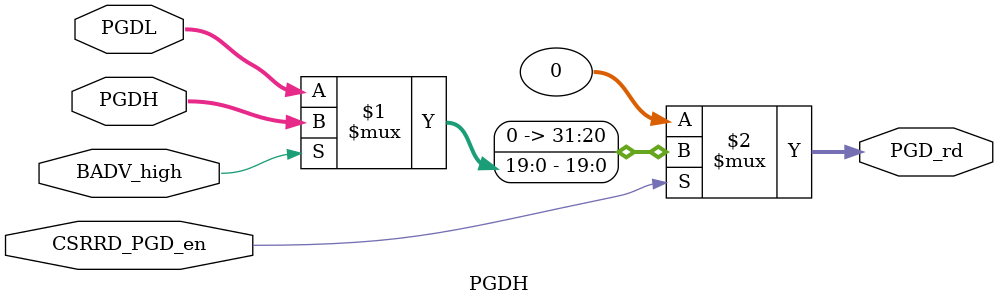
<source format=v>
module  PGDH(
    input               CSRRD_PGD_en,
    input       [31:12] PGDL,
    input       [31:12] PGDH,
    input               BADV_high,

    output      [31:0]  PGD_rd
);

    assign PGD_rd = CSRRD_PGD_en ? (BADV_high ? PGDH : PGDL) : 32'b0;

endmodule
</source>
